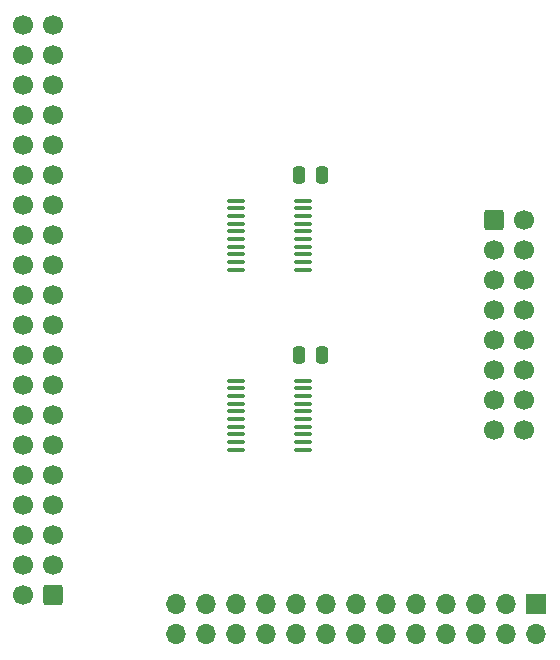
<source format=gbr>
%TF.GenerationSoftware,KiCad,Pcbnew,9.0.5*%
%TF.CreationDate,2025-12-13T23:56:32-06:00*%
%TF.ProjectId,CPE495-LED-Driver-Board,43504534-3935-42d4-9c45-442d44726976,v0.2*%
%TF.SameCoordinates,Original*%
%TF.FileFunction,Soldermask,Top*%
%TF.FilePolarity,Negative*%
%FSLAX46Y46*%
G04 Gerber Fmt 4.6, Leading zero omitted, Abs format (unit mm)*
G04 Created by KiCad (PCBNEW 9.0.5) date 2025-12-13 23:56:32*
%MOMM*%
%LPD*%
G01*
G04 APERTURE LIST*
G04 Aperture macros list*
%AMRoundRect*
0 Rectangle with rounded corners*
0 $1 Rounding radius*
0 $2 $3 $4 $5 $6 $7 $8 $9 X,Y pos of 4 corners*
0 Add a 4 corners polygon primitive as box body*
4,1,4,$2,$3,$4,$5,$6,$7,$8,$9,$2,$3,0*
0 Add four circle primitives for the rounded corners*
1,1,$1+$1,$2,$3*
1,1,$1+$1,$4,$5*
1,1,$1+$1,$6,$7*
1,1,$1+$1,$8,$9*
0 Add four rect primitives between the rounded corners*
20,1,$1+$1,$2,$3,$4,$5,0*
20,1,$1+$1,$4,$5,$6,$7,0*
20,1,$1+$1,$6,$7,$8,$9,0*
20,1,$1+$1,$8,$9,$2,$3,0*%
G04 Aperture macros list end*
%ADD10RoundRect,0.100000X-0.637500X-0.100000X0.637500X-0.100000X0.637500X0.100000X-0.637500X0.100000X0*%
%ADD11RoundRect,0.250000X-0.250000X-0.475000X0.250000X-0.475000X0.250000X0.475000X-0.250000X0.475000X0*%
%ADD12R,1.700000X1.700000*%
%ADD13O,1.700000X1.700000*%
%ADD14RoundRect,0.250000X0.600000X0.600000X-0.600000X0.600000X-0.600000X-0.600000X0.600000X-0.600000X0*%
%ADD15C,1.700000*%
%ADD16RoundRect,0.250000X-0.600000X-0.600000X0.600000X-0.600000X0.600000X0.600000X-0.600000X0.600000X0*%
G04 APERTURE END LIST*
D10*
%TO.C,U1*%
X173667500Y-92325000D03*
X173667500Y-92975000D03*
X173667500Y-93625000D03*
X173667500Y-94275000D03*
X173667500Y-94925000D03*
X173667500Y-95575000D03*
X173667500Y-96225000D03*
X173667500Y-96875000D03*
X173667500Y-97525000D03*
X173667500Y-98175000D03*
X179392500Y-98175000D03*
X179392500Y-97525000D03*
X179392500Y-96875000D03*
X179392500Y-96225000D03*
X179392500Y-95575000D03*
X179392500Y-94925000D03*
X179392500Y-94275000D03*
X179392500Y-93625000D03*
X179392500Y-92975000D03*
X179392500Y-92325000D03*
%TD*%
D11*
%TO.C,C2*%
X179070000Y-105410000D03*
X180970000Y-105410000D03*
%TD*%
D12*
%TO.C,J3*%
X199136000Y-126492000D03*
D13*
X199136000Y-129032000D03*
X196596000Y-126492000D03*
X196596000Y-129032000D03*
X194056000Y-126492000D03*
X194056000Y-129032000D03*
X191516000Y-126492000D03*
X191516000Y-129032000D03*
X188976000Y-126492000D03*
X188976000Y-129032000D03*
X186436000Y-126492000D03*
X186436000Y-129032000D03*
X183896000Y-126492000D03*
X183896000Y-129032000D03*
X181356000Y-126492000D03*
X181356000Y-129032000D03*
X178816000Y-126492000D03*
X178816000Y-129032000D03*
X176276000Y-126492000D03*
X176276000Y-129032000D03*
X173736000Y-126492000D03*
X173736000Y-129032000D03*
X171196000Y-126492000D03*
X171196000Y-129032000D03*
X168656000Y-126492000D03*
X168656000Y-129032000D03*
%TD*%
D14*
%TO.C,J1*%
X158232500Y-125730000D03*
D15*
X155692500Y-125730000D03*
X158232500Y-123190000D03*
X155692500Y-123190000D03*
X158232500Y-120650000D03*
X155692500Y-120650000D03*
X158232500Y-118110000D03*
X155692500Y-118110000D03*
X158232500Y-115570000D03*
X155692500Y-115570000D03*
X158232500Y-113030000D03*
X155692500Y-113030000D03*
X158232500Y-110490000D03*
X155692500Y-110490000D03*
X158232500Y-107950000D03*
X155692500Y-107950000D03*
X158232500Y-105410000D03*
X155692500Y-105410000D03*
X158232500Y-102870000D03*
X155692500Y-102870000D03*
X158232500Y-100330000D03*
X155692500Y-100330000D03*
X158232500Y-97790000D03*
X155692500Y-97790000D03*
X158232500Y-95250000D03*
X155692500Y-95250000D03*
X158232500Y-92710000D03*
X155692500Y-92710000D03*
X158232500Y-90170000D03*
X155692500Y-90170000D03*
X158232500Y-87630000D03*
X155692500Y-87630000D03*
X158232500Y-85090000D03*
X155692500Y-85090000D03*
X158232500Y-82550000D03*
X155692500Y-82550000D03*
X158232500Y-80010000D03*
X155692500Y-80010000D03*
X158232500Y-77470000D03*
X155692500Y-77470000D03*
%TD*%
D10*
%TO.C,U2*%
X173667500Y-107565000D03*
X173667500Y-108215000D03*
X173667500Y-108865000D03*
X173667500Y-109515000D03*
X173667500Y-110165000D03*
X173667500Y-110815000D03*
X173667500Y-111465000D03*
X173667500Y-112115000D03*
X173667500Y-112765000D03*
X173667500Y-113415000D03*
X179392500Y-113415000D03*
X179392500Y-112765000D03*
X179392500Y-112115000D03*
X179392500Y-111465000D03*
X179392500Y-110815000D03*
X179392500Y-110165000D03*
X179392500Y-109515000D03*
X179392500Y-108865000D03*
X179392500Y-108215000D03*
X179392500Y-107565000D03*
%TD*%
D11*
%TO.C,C1*%
X179070000Y-90170000D03*
X180970000Y-90170000D03*
%TD*%
D16*
%TO.C,J2*%
X195580000Y-93980000D03*
D15*
X198120000Y-93980000D03*
X195580000Y-96520000D03*
X198120000Y-96520000D03*
X195580000Y-99060000D03*
X198120000Y-99060000D03*
X195580000Y-101600000D03*
X198120000Y-101600000D03*
X195580000Y-104140000D03*
X198120000Y-104140000D03*
X195580000Y-106680000D03*
X198120000Y-106680000D03*
X195580000Y-109220000D03*
X198120000Y-109220000D03*
X195580000Y-111760000D03*
X198120000Y-111760000D03*
%TD*%
M02*

</source>
